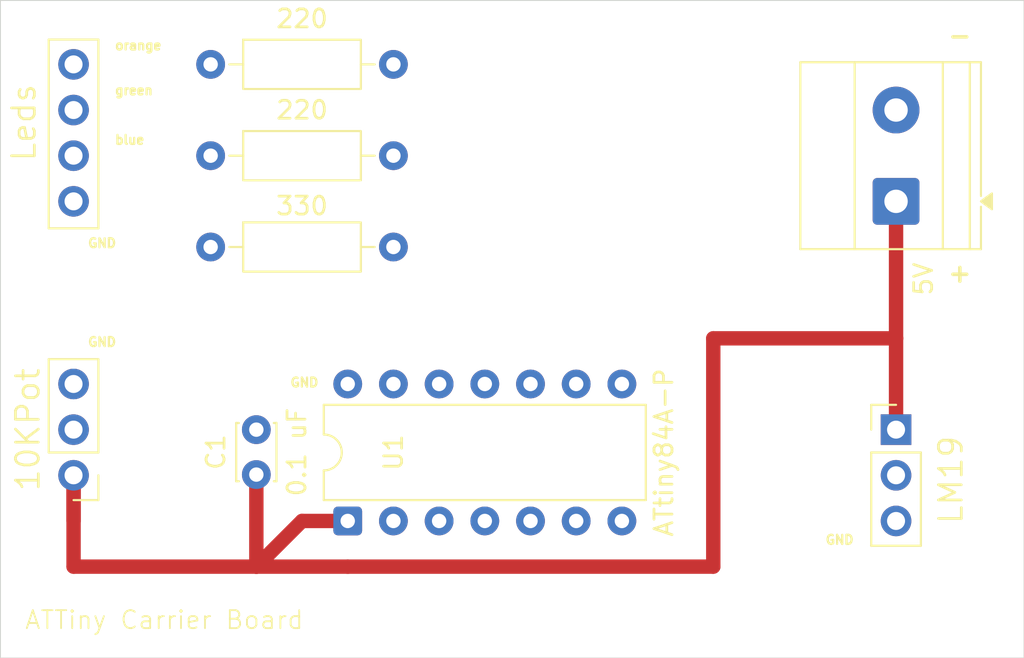
<source format=kicad_pcb>
(kicad_pcb (version 20241229) (generator "pcbnew") (generator_version "9.0")
  (layers (0 "F.Cu" signal) (4 "In1.Cu" signal) (6 "In2.Cu" signal) (8 "In3.Cu" signal) (10 "In4.Cu" signal) (12 "In5.Cu" signal) (14 "In6.Cu" signal) (16 "In7.Cu" signal) (18 "In8.Cu" signal) (20 "In9.Cu" signal) (22 "In10.Cu" signal) (2 "B.Cu" signal) (13 "F.Paste" user) (15 "B.Paste" user) (5 "F.SilkS" user "F.Silkscreen") (7 "B.SilkS" user "B.Silkscreen") (1 "F.Mask" user) (3 "B.Mask" user) (25 "Edge.Cuts" user))
  (net 0 "")
  (net 1 "GND")
  (net 2 "+5V")
  (net 3 "Net-(CONN1-Pin_2)")
  (net 4 "Net-(CONN2-Pin_4)")
  (net 5 "Net-(CONN2-Pin_2)")
  (net 6 "Net-(CONN2-Pin_3)")
  (net 7 "Net-(CONN3-Pin_2)")
  (net 8 "Net-(U1-AREF{slash}PA0)")
  (net 9 "Net-(U1-PB2)")
  (net 10 "Net-(U1-~{RESET}{slash}PB3)")
  (footprint "Connector_PinHeader_2.54mm:PinHeader_1x03_P2.54mm_Vertical" (layer "F.Cu") (at 111.76 71.12 180)
    (property "Reference" "CONN1" (hide yes))
    (property "Value" "Conn_01x03_Pin" (hide yes))
    (property "Description" "10KPot" (at 2.54 2.54 90) (layer "F.SilkS") (effects (font (size 1.27 1.27))))
    (fp_line (start 1.38 1.27) (end 1.38 6.46) (stroke (width 0.12)) (layer "F.SilkS"))
    (fp_line (start -1.38 6.46) (end 1.38 6.46) (stroke (width 0.12)) (layer "F.SilkS"))
    (fp_line (start -1.38 1.27) (end 1.38 1.27) (stroke (width 0.12)) (layer "F.SilkS"))
    (fp_line (start -1.38 1.27) (end -1.38 6.46) (stroke (width 0.12)) (layer "F.SilkS"))
    (fp_line (start -1.38 0) (end -1.38 -1.38) (stroke (width 0.12)) (layer "F.SilkS"))
    (fp_line (start -1.38 -1.38) (end 0 -1.38) (stroke (width 0.12)) (layer "F.SilkS"))
    (pad "1" thru_hole circle (at 0 0 180) (size 1.7 1.7) (drill 1) (layers "*.Cu" "*.Mask") (net 2 "+5V"))
    (pad "2" thru_hole circle (at 0 2.54 180) (size 1.7 1.7) (drill 1) (layers "*.Cu" "*.Mask") (net 3 "Net-(CONN1-Pin_2)"))
    (pad "3" thru_hole circle (at 0 5.08 180) (size 1.7 1.7) (drill 1) (layers "*.Cu" "*.Mask") (net 1 "GND"))
  )
  (footprint "Connector_PinHeader_2.54mm:PinHeader_1x04_P2.54mm_Vertical" (layer "F.Cu") (at 111.76 55.88 180)
    (property "Reference" "CONN2" (hide yes))
    (property "Value" "Conn_01x04_Pin" (hide yes))
    (property "Description" "Leds" (at 2.76 4.38 90) (layer "F.SilkS") (effects (font (size 1.27 1.27))))
    (fp_line (start 1.38 -1.5) (end 1.38 9) (stroke (width 0.12)) (layer "F.SilkS"))
    (fp_line (start -1.38 9) (end 1.38 9) (stroke (width 0.12)) (layer "F.SilkS"))
    (fp_line (start -1.38 -1.5) (end 1.38 -1.5) (stroke (width 0.12)) (layer "F.SilkS"))
    (fp_line (start -1.38 -1.5) (end -1.38 9) (stroke (width 0.12)) (layer "F.SilkS"))
    (pad "1" thru_hole circle (at 0 0 180) (size 1.7 1.7) (drill 1) (layers "*.Cu" "*.Mask") (net 1 "GND"))
    (pad "2" thru_hole circle (at 0 2.54 180) (size 1.7 1.7) (drill 1) (layers "*.Cu" "*.Mask") (net 5 "Net-(CONN2-Pin_2)"))
    (pad "3" thru_hole circle (at 0 5.08 180) (size 1.7 1.7) (drill 1) (layers "*.Cu" "*.Mask") (net 6 "Net-(CONN2-Pin_3)"))
    (pad "4" thru_hole circle (at 0 7.62 180) (size 1.7 1.7) (drill 1) (layers "*.Cu" "*.Mask") (net 4 "Net-(CONN2-Pin_4)"))
  )
  (footprint "Resistor_THT:R_Axial_DIN0207_L6.3mm_D2.5mm_P10.16mm_Horizontal" (layer "F.Cu") (at 119.38 58.42)
    (property "Reference" "R1" (hide yes))
    (property "Value" "330" (at 5.08 -2.286 0) (layer "F.SilkS"))
    (fp_line (start 1.04 0) (end 1.81 0) (stroke (width 0.12)) (layer "F.SilkS"))
    (fp_line (start 9.12 0) (end 8.35 0) (stroke (width 0.12)) (layer "F.SilkS"))
    (fp_rect (start 1.81 -1.37) (end 8.35 1.37) (stroke (width 0.12)) (fill no) (layer "F.SilkS"))
    (pad "1" thru_hole circle (at 0 0) (size 1.6 1.6) (drill 0.8) (layers "*.Cu" "*.Mask") (net 5 "Net-(CONN2-Pin_2)"))
    (pad "2" thru_hole circle (at 10.16 0) (size 1.6 1.6) (drill 0.8) (layers "*.Cu" "*.Mask") (net 8 "Net-(U1-AREF{slash}PA0)"))
  )
  (footprint "Connector_PinHeader_2.54mm:PinHeader_1x03_P2.54mm_Vertical" (layer "F.Cu") (at 157.48 68.58)
    (property "Reference" "CONN3" (hide yes))
    (property "Value" "Conn_01x03_Pin" (hide yes))
    (property "Description" "LM19" (at 3.048 2.794 90) (layer "F.SilkS") (effects (font (size 1.27 1.27))))
    (fp_line (start -1.38 -1.38) (end 0 -1.38) (stroke (width 0.12)) (layer "F.SilkS"))
    (fp_line (start -1.38 0) (end -1.38 -1.38) (stroke (width 0.12)) (layer "F.SilkS"))
    (fp_line (start -1.38 1.27) (end -1.38 6.46) (stroke (width 0.12)) (layer "F.SilkS"))
    (fp_line (start -1.38 1.27) (end 1.38 1.27) (stroke (width 0.12)) (layer "F.SilkS"))
    (fp_line (start -1.38 6.46) (end 1.38 6.46) (stroke (width 0.12)) (layer "F.SilkS"))
    (fp_line (start 1.38 1.27) (end 1.38 6.46) (stroke (width 0.12)) (layer "F.SilkS"))
    (pad "1" thru_hole rect (at 0 0) (size 1.7 1.7) (drill 1) (layers "*.Cu" "*.Mask") (net 2 "+5V"))
    (pad "2" thru_hole circle (at 0 2.54) (size 1.7 1.7) (drill 1) (layers "*.Cu" "*.Mask") (net 7 "Net-(CONN3-Pin_2)"))
    (pad "3" thru_hole circle (at 0 5.08) (size 1.7 1.7) (drill 1) (layers "*.Cu" "*.Mask") (net 1 "GND"))
  )
  (footprint "Capacitor_THT:C_Disc_D3.0mm_W2.0mm_P2.50mm" (layer "F.Cu") (at 121.92 71.08 90)
    (property "Reference" "C1" (at 1.25 -2.25 90) (layer "F.SilkS"))
    (property "Value" "0.1 uF" (at 1.25 2.25 90) (layer "F.SilkS"))
    (fp_line (start 2.87 -1.12) (end 2.87 -0.972) (stroke (width 0.12)) (layer "F.SilkS"))
    (fp_line (start -0.37 -1.12) (end 2.87 -1.12) (stroke (width 0.12)) (layer "F.SilkS"))
    (fp_line (start -0.37 -0.972) (end -0.37 -1.12) (stroke (width 0.12)) (layer "F.SilkS"))
    (fp_line (start 2.87 0.972) (end 2.87 1.12) (stroke (width 0.12)) (layer "F.SilkS"))
    (fp_line (start 2.87 1.12) (end -0.37 1.12) (stroke (width 0.12)) (layer "F.SilkS"))
    (fp_line (start -0.37 1.12) (end -0.37 0.972) (stroke (width 0.12)) (layer "F.SilkS"))
    (pad "1" thru_hole circle (at 0 0 90) (size 1.6 1.6) (drill 0.8) (layers "*.Cu" "*.Mask") (net 2 "+5V"))
    (pad "2" thru_hole circle (at 2.5 0 90) (size 1.6 1.6) (drill 0.8) (layers "*.Cu" "*.Mask") (net 1 "GND"))
  )
  (footprint "Resistor_THT:R_Axial_DIN0207_L6.3mm_D2.5mm_P10.16mm_Horizontal" (layer "F.Cu") (at 119.38 48.26)
    (property "Reference" "R3" (hide yes))
    (property "Value" "220" (at 5.08 -2.54 0) (layer "F.SilkS"))
    (fp_line (start 1.04 0) (end 1.81 0) (stroke (width 0.12)) (layer "F.SilkS"))
    (fp_line (start 9.12 0) (end 8.35 0) (stroke (width 0.12)) (layer "F.SilkS"))
    (fp_rect (start 1.81 -1.37) (end 8.35 1.37) (stroke (width 0.12)) (fill no) (layer "F.SilkS"))
    (pad "1" thru_hole circle (at 0 0) (size 1.6 1.6) (drill 0.8) (layers "*.Cu" "*.Mask") (net 4 "Net-(CONN2-Pin_4)"))
    (pad "2" thru_hole circle (at 10.16 0) (size 1.6 1.6) (drill 0.8) (layers "*.Cu" "*.Mask") (net 10 "Net-(U1-~{RESET}{slash}PB3)"))
  )
  (footprint "Package_DIP:DIP-14_W7.62mm" (layer "F.Cu") (at 127 73.66 90)
    (property "Reference" "U1" (at 3.81 2.54 90) (layer "F.SilkS"))
    (property "Value" "ATtiny84A-P" (at 3.81 17.57 90) (layer "F.SilkS"))
    (fp_line (start 6.46 -1.33) (end 4.81 -1.33) (stroke (width 0.12)) (layer "F.SilkS"))
    (fp_line (start 2.81 -1.33) (end 1.16 -1.33) (stroke (width 0.12)) (layer "F.SilkS"))
    (fp_line (start 1.16 -1.33) (end 1.16 16.57) (stroke (width 0.12)) (layer "F.SilkS"))
    (fp_line (start 6.46 16.57) (end 6.46 -1.33) (stroke (width 0.12)) (layer "F.SilkS"))
    (fp_line (start 1.16 16.57) (end 6.46 16.57) (stroke (width 0.12)) (layer "F.SilkS"))
    (fp_arc (start 4.81 -1.33) (mid 3.81 -0.33) (end 2.81 -1.33) (stroke (width 0.12)) (layer "F.SilkS"))
    (pad "1" thru_hole roundrect (at 0 0 90) (size 1.6 1.6) (drill 0.8) (layers "*.Cu" "*.Mask") (roundrect_rratio 0.15625) (net 2 "+5V"))
    (pad "2" thru_hole circle (at 0 2.54 90) (size 1.6 1.6) (drill 0.8) (layers "*.Cu" "*.Mask"))
    (pad "3" thru_hole circle (at 0 5.08 90) (size 1.6 1.6) (drill 0.8) (layers "*.Cu" "*.Mask"))
    (pad "4" thru_hole circle (at 0 7.62 90) (size 1.6 1.6) (drill 0.8) (layers "*.Cu" "*.Mask") (net 10 "Net-(U1-~{RESET}{slash}PB3)"))
    (pad "5" thru_hole circle (at 0 10.16 90) (size 1.6 1.6) (drill 0.8) (layers "*.Cu" "*.Mask") (net 9 "Net-(U1-PB2)"))
    (pad "6" thru_hole circle (at 0 12.7 90) (size 1.6 1.6) (drill 0.8) (layers "*.Cu" "*.Mask") (net 7 "Net-(CONN3-Pin_2)"))
    (pad "7" thru_hole circle (at 0 15.24 90) (size 1.6 1.6) (drill 0.8) (layers "*.Cu" "*.Mask"))
    (pad "8" thru_hole circle (at 7.62 15.24 90) (size 1.6 1.6) (drill 0.8) (layers "*.Cu" "*.Mask"))
    (pad "9" thru_hole circle (at 7.62 12.7 90) (size 1.6 1.6) (drill 0.8) (layers "*.Cu" "*.Mask"))
    (pad "10" thru_hole circle (at 7.62 10.16 90) (size 1.6 1.6) (drill 0.8) (layers "*.Cu" "*.Mask") (net 3 "Net-(CONN1-Pin_2)"))
    (pad "11" thru_hole circle (at 7.62 7.62 90) (size 1.6 1.6) (drill 0.8) (layers "*.Cu" "*.Mask"))
    (pad "12" thru_hole circle (at 7.62 5.08 90) (size 1.6 1.6) (drill 0.8) (layers "*.Cu" "*.Mask"))
    (pad "13" thru_hole circle (at 7.62 2.54 90) (size 1.6 1.6) (drill 0.8) (layers "*.Cu" "*.Mask") (net 8 "Net-(U1-AREF{slash}PA0)"))
    (pad "14" thru_hole circle (at 7.62 0 90) (size 1.6 1.6) (drill 0.8) (layers "*.Cu" "*.Mask") (net 1 "GND"))
  )
  (footprint "TerminalBlock_Phoenix:TerminalBlock_Phoenix_MKDS-1,5-2-5.08_1x02_P5.08mm_Horizontal" (layer "F.Cu") (at 157.48 55.88 90)
    (property "Reference" "CONN4" (hide yes))
    (property "Value" "5V" (at -4.318 1.524 90) (layer "F.SilkS"))
    (fp_line (start 7.74 -5.32) (end 7.74 4.72) (stroke (width 0.12)) (layer "F.SilkS"))
    (fp_line (start -2.66 -5.32) (end 7.74 -5.32) (stroke (width 0.12)) (layer "F.SilkS"))
    (fp_line (start -2.66 -2.3) (end 7.74 -2.3) (stroke (width 0.12)) (layer "F.SilkS"))
    (fp_line (start -2.66 2.6) (end 7.74 2.6) (stroke (width 0.12)) (layer "F.SilkS"))
    (fp_line (start -2.66 4.1) (end 7.74 4.1) (stroke (width 0.12)) (layer "F.SilkS"))
    (fp_line (start 7.74 4.72) (end 0.3 4.72) (stroke (width 0.12)) (layer "F.SilkS"))
    (fp_line (start -0.3 4.72) (end -2.66 4.72) (stroke (width 0.12)) (layer "F.SilkS"))
    (fp_line (start -2.66 4.72) (end -2.66 -5.32) (stroke (width 0.12)) (layer "F.SilkS"))
    (fp_poly (pts (xy 0 4.72) (xy 0.44 5.33) (xy -0.44 5.33)) (stroke (width 0.12)) (fill yes) (layer "F.SilkS"))
    (pad "1" thru_hole roundrect (at 0 0 90) (size 2.6 2.6) (drill 1.3) (layers "*.Cu" "*.Mask") (roundrect_rratio 0.096154) (net 2 "+5V"))
    (pad "2" thru_hole circle (at 5.08 0 90) (size 2.6 2.6) (drill 1.3) (layers "*.Cu" "*.Mask") (net 1 "GND"))
  )
  (footprint "Resistor_THT:R_Axial_DIN0207_L6.3mm_D2.5mm_P10.16mm_Horizontal" (layer "F.Cu") (at 119.38 53.34)
    (property "Reference" "R2" (hide yes))
    (property "Value" "220" (at 5.08 -2.54 0) (layer "F.SilkS"))
    (fp_line (start 1.04 0) (end 1.81 0) (stroke (width 0.12)) (layer "F.SilkS"))
    (fp_line (start 9.12 0) (end 8.35 0) (stroke (width 0.12)) (layer "F.SilkS"))
    (fp_rect (start 1.81 -1.37) (end 8.35 1.37) (stroke (width 0.12)) (fill no) (layer "F.SilkS"))
    (pad "1" thru_hole circle (at 0 0) (size 1.6 1.6) (drill 0.8) (layers "*.Cu" "*.Mask") (net 6 "Net-(CONN2-Pin_3)"))
    (pad "2" thru_hole circle (at 10.16 0) (size 1.6 1.6) (drill 0.8) (layers "*.Cu" "*.Mask") (net 9 "Net-(U1-PB2)"))
  )
  (gr_rect (start 107.696 44.704) (end 164.592 81.28) (stroke (width 0.05)) (fill no) (layer "Edge.Cuts"))
  (gr_text "-" (at 160.274 47.244 0) (layer "F.SilkS") (effects (font (size 1 1) (thickness 0.2) (bold yes)) (justify left bottom)))
  (gr_text "GND" (at 123.75 66.25 0) (layer "F.SilkS") (effects (font (size 0.5 0.5)) (justify left bottom)))
  (gr_text "green" (at 114 50 0) (layer "F.SilkS") (effects (font (size 0.5 0.5) (thickness 0.125)) (justify left bottom)))
  (gr_text "ATTiny Carrier Board" (at 109 79.75 0) (layer "F.SilkS") (effects (font (size 1 1) (thickness 0.1)) (justify left bottom)))
  (gr_text "orange" (at 114 47.5 0) (layer "F.SilkS") (effects (font (size 0.5 0.5) (thickness 0.125)) (justify left bottom)))
  (gr_text "+" (at 160.274 60.452 0) (layer "F.SilkS") (effects (font (size 1 1) (thickness 0.2) (bold yes)) (justify left bottom)))
  (gr_text "blue" (at 114 52.75 0) (layer "F.SilkS") (effects (font (size 0.5 0.5) (thickness 0.125)) (justify left bottom)))
  (gr_text "GND" (at 112.5 64 0) (layer "F.SilkS") (effects (font (size 0.5 0.5)) (justify left bottom)))
  (gr_text "GND" (at 153.5 75 0) (layer "F.SilkS") (effects (font (size 0.5 0.5)) (justify left bottom)))
  (gr_text "GND" (at 112.5 58.5 0) (layer "F.SilkS") (effects (font (size 0.5 0.5)) (justify left bottom)))
  (segment (start 111.76 76.2) (end 111.76 71.12) (width 0.8) (layer "F.Cu") (net 2))
  (segment (start 121.92 71.08) (end 121.92 76.2) (width 0.8) (layer "F.Cu") (net 2))
  (segment (start 127 76.2) (end 121.92 76.2) (width 0.8) (layer "F.Cu") (net 2))
  (segment (start 127 73.66) (end 124.46 73.66) (width 0.8) (layer "F.Cu") (net 2))
  (segment (start 111.76 73.66) (end 111.76 71.12) (width 0.8) (layer "F.Cu") (net 2))
  (segment (start 157.48 63.5) (end 147.32 63.5) (width 0.8) (layer "F.Cu") (net 2))
  (segment (start 147.32 76.2) (end 127 76.2) (width 0.8) (layer "F.Cu") (net 2))
  (segment (start 124.46 73.66) (end 121.92 76.2) (width 0.8) (layer "F.Cu") (net 2))
  (segment (start 147.32 63.5) (end 147.32 76.2) (width 0.8) (layer "F.Cu") (net 2))
  (segment (start 157.48 63.5) (end 157.48 68.58) (width 0.8) (layer "F.Cu") (net 2))
  (segment (start 121.92 76.2) (end 111.76 76.2) (width 0.8) (layer "F.Cu") (net 2))
  (segment (start 157.48 55.88) (end 157.48 63.5) (width 0.8) (layer "F.Cu") (net 2))
)
</source>
